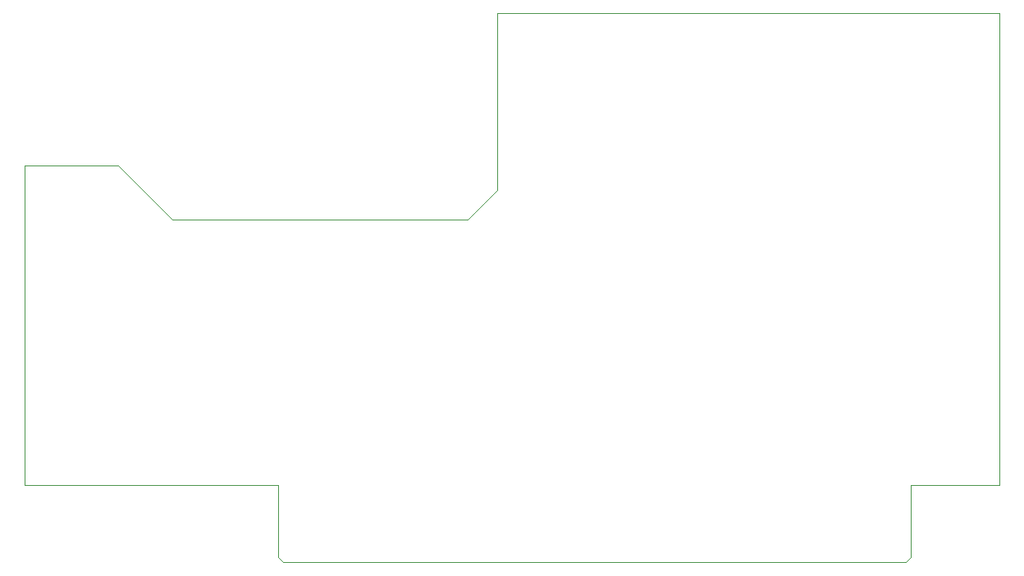
<source format=gm1>
%TF.GenerationSoftware,KiCad,Pcbnew,(5.1.10)-1*%
%TF.CreationDate,2022-11-27T19:39:58-05:00*%
%TF.ProjectId,AppleII-Pico,4170706c-6549-4492-9d50-69636f2e6b69,rev?*%
%TF.SameCoordinates,Original*%
%TF.FileFunction,Profile,NP*%
%FSLAX46Y46*%
G04 Gerber Fmt 4.6, Leading zero omitted, Abs format (unit mm)*
G04 Created by KiCad (PCBNEW (5.1.10)-1) date 2022-11-27 19:39:58*
%MOMM*%
%LPD*%
G01*
G04 APERTURE LIST*
%TA.AperFunction,Profile*%
%ADD10C,0.050000*%
%TD*%
G04 APERTURE END LIST*
D10*
X132064000Y-96096000D02*
X132064000Y-77808000D01*
X129016000Y-99144000D02*
X132064000Y-96096000D01*
X98536000Y-99144000D02*
X129016000Y-99144000D01*
X92948000Y-93556000D02*
X98536000Y-99144000D01*
X83296000Y-93556000D02*
X92948000Y-93556000D01*
X174241000Y-134492000D02*
X174749000Y-133984000D01*
X109979000Y-134492000D02*
X109471000Y-133984000D01*
X109979000Y-134492000D02*
X174241000Y-134492000D01*
X109471000Y-126576000D02*
X109471000Y-133984000D01*
X83296000Y-126576000D02*
X109471000Y-126576000D01*
X83296000Y-93556000D02*
X83296000Y-126576000D01*
X183880000Y-77808000D02*
X132064000Y-77808000D01*
X183880000Y-126576000D02*
X183880000Y-77808000D01*
X174749000Y-126576000D02*
X183880000Y-126576000D01*
X174749000Y-133984000D02*
X174749000Y-126576000D01*
M02*

</source>
